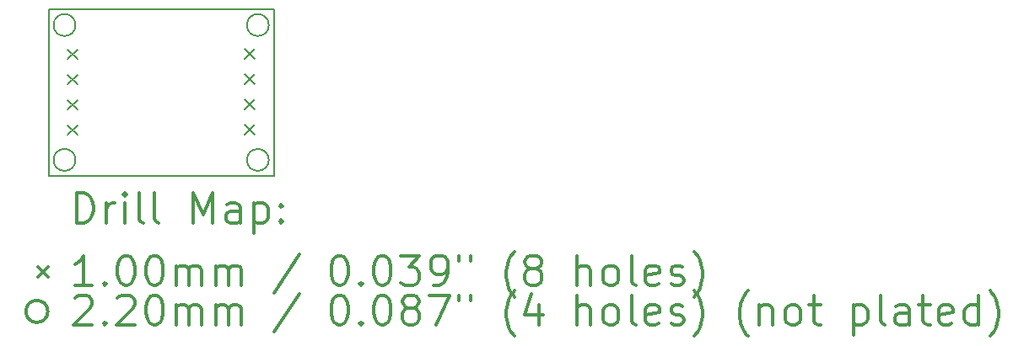
<source format=gbr>
%FSLAX45Y45*%
G04 Gerber Fmt 4.5, Leading zero omitted, Abs format (unit mm)*
G04 Created by KiCad (PCBNEW 5.1.5+dfsg1-2build2) date 2021-08-26 01:23:52*
%MOMM*%
%LPD*%
G04 APERTURE LIST*
%TA.AperFunction,Profile*%
%ADD10C,0.150000*%
%TD*%
%ADD11C,0.200000*%
%ADD12C,0.300000*%
G04 APERTURE END LIST*
D10*
X19050000Y-16357600D02*
X19050000Y-14681200D01*
X21310600Y-16357600D02*
X19050000Y-16357600D01*
X21310600Y-14681200D02*
X21310600Y-16357600D01*
X19050000Y-14681200D02*
X21310600Y-14681200D01*
D11*
X21016000Y-15083000D02*
X21116000Y-15183000D01*
X21116000Y-15083000D02*
X21016000Y-15183000D01*
X21016000Y-15337000D02*
X21116000Y-15437000D01*
X21116000Y-15337000D02*
X21016000Y-15437000D01*
X21016000Y-15591000D02*
X21116000Y-15691000D01*
X21116000Y-15591000D02*
X21016000Y-15691000D01*
X21016000Y-15845000D02*
X21116000Y-15945000D01*
X21116000Y-15845000D02*
X21016000Y-15945000D01*
X19239000Y-15085000D02*
X19339000Y-15185000D01*
X19339000Y-15085000D02*
X19239000Y-15185000D01*
X19239000Y-15339000D02*
X19339000Y-15439000D01*
X19339000Y-15339000D02*
X19239000Y-15439000D01*
X19239000Y-15593000D02*
X19339000Y-15693000D01*
X19339000Y-15593000D02*
X19239000Y-15693000D01*
X19239000Y-15847000D02*
X19339000Y-15947000D01*
X19339000Y-15847000D02*
X19239000Y-15947000D01*
X19320020Y-16197580D02*
G75*
G03X19320020Y-16197580I-110000J0D01*
G01*
X21260580Y-14841220D02*
G75*
G03X21260580Y-14841220I-110000J0D01*
G01*
X21260580Y-16197580D02*
G75*
G03X21260580Y-16197580I-110000J0D01*
G01*
X19320020Y-14841220D02*
G75*
G03X19320020Y-14841220I-110000J0D01*
G01*
D12*
X19328928Y-16830814D02*
X19328928Y-16530814D01*
X19400357Y-16530814D01*
X19443214Y-16545100D01*
X19471786Y-16573671D01*
X19486071Y-16602243D01*
X19500357Y-16659386D01*
X19500357Y-16702243D01*
X19486071Y-16759386D01*
X19471786Y-16787957D01*
X19443214Y-16816529D01*
X19400357Y-16830814D01*
X19328928Y-16830814D01*
X19628928Y-16830814D02*
X19628928Y-16630814D01*
X19628928Y-16687957D02*
X19643214Y-16659386D01*
X19657500Y-16645100D01*
X19686071Y-16630814D01*
X19714643Y-16630814D01*
X19814643Y-16830814D02*
X19814643Y-16630814D01*
X19814643Y-16530814D02*
X19800357Y-16545100D01*
X19814643Y-16559386D01*
X19828928Y-16545100D01*
X19814643Y-16530814D01*
X19814643Y-16559386D01*
X20000357Y-16830814D02*
X19971786Y-16816529D01*
X19957500Y-16787957D01*
X19957500Y-16530814D01*
X20157500Y-16830814D02*
X20128928Y-16816529D01*
X20114643Y-16787957D01*
X20114643Y-16530814D01*
X20500357Y-16830814D02*
X20500357Y-16530814D01*
X20600357Y-16745100D01*
X20700357Y-16530814D01*
X20700357Y-16830814D01*
X20971786Y-16830814D02*
X20971786Y-16673671D01*
X20957500Y-16645100D01*
X20928928Y-16630814D01*
X20871786Y-16630814D01*
X20843214Y-16645100D01*
X20971786Y-16816529D02*
X20943214Y-16830814D01*
X20871786Y-16830814D01*
X20843214Y-16816529D01*
X20828928Y-16787957D01*
X20828928Y-16759386D01*
X20843214Y-16730814D01*
X20871786Y-16716529D01*
X20943214Y-16716529D01*
X20971786Y-16702243D01*
X21114643Y-16630814D02*
X21114643Y-16930814D01*
X21114643Y-16645100D02*
X21143214Y-16630814D01*
X21200357Y-16630814D01*
X21228928Y-16645100D01*
X21243214Y-16659386D01*
X21257500Y-16687957D01*
X21257500Y-16773671D01*
X21243214Y-16802243D01*
X21228928Y-16816529D01*
X21200357Y-16830814D01*
X21143214Y-16830814D01*
X21114643Y-16816529D01*
X21386071Y-16802243D02*
X21400357Y-16816529D01*
X21386071Y-16830814D01*
X21371786Y-16816529D01*
X21386071Y-16802243D01*
X21386071Y-16830814D01*
X21386071Y-16645100D02*
X21400357Y-16659386D01*
X21386071Y-16673671D01*
X21371786Y-16659386D01*
X21386071Y-16645100D01*
X21386071Y-16673671D01*
X18942500Y-17275100D02*
X19042500Y-17375100D01*
X19042500Y-17275100D02*
X18942500Y-17375100D01*
X19486071Y-17460814D02*
X19314643Y-17460814D01*
X19400357Y-17460814D02*
X19400357Y-17160814D01*
X19371786Y-17203672D01*
X19343214Y-17232243D01*
X19314643Y-17246529D01*
X19614643Y-17432243D02*
X19628928Y-17446529D01*
X19614643Y-17460814D01*
X19600357Y-17446529D01*
X19614643Y-17432243D01*
X19614643Y-17460814D01*
X19814643Y-17160814D02*
X19843214Y-17160814D01*
X19871786Y-17175100D01*
X19886071Y-17189386D01*
X19900357Y-17217957D01*
X19914643Y-17275100D01*
X19914643Y-17346529D01*
X19900357Y-17403672D01*
X19886071Y-17432243D01*
X19871786Y-17446529D01*
X19843214Y-17460814D01*
X19814643Y-17460814D01*
X19786071Y-17446529D01*
X19771786Y-17432243D01*
X19757500Y-17403672D01*
X19743214Y-17346529D01*
X19743214Y-17275100D01*
X19757500Y-17217957D01*
X19771786Y-17189386D01*
X19786071Y-17175100D01*
X19814643Y-17160814D01*
X20100357Y-17160814D02*
X20128928Y-17160814D01*
X20157500Y-17175100D01*
X20171786Y-17189386D01*
X20186071Y-17217957D01*
X20200357Y-17275100D01*
X20200357Y-17346529D01*
X20186071Y-17403672D01*
X20171786Y-17432243D01*
X20157500Y-17446529D01*
X20128928Y-17460814D01*
X20100357Y-17460814D01*
X20071786Y-17446529D01*
X20057500Y-17432243D01*
X20043214Y-17403672D01*
X20028928Y-17346529D01*
X20028928Y-17275100D01*
X20043214Y-17217957D01*
X20057500Y-17189386D01*
X20071786Y-17175100D01*
X20100357Y-17160814D01*
X20328928Y-17460814D02*
X20328928Y-17260814D01*
X20328928Y-17289386D02*
X20343214Y-17275100D01*
X20371786Y-17260814D01*
X20414643Y-17260814D01*
X20443214Y-17275100D01*
X20457500Y-17303672D01*
X20457500Y-17460814D01*
X20457500Y-17303672D02*
X20471786Y-17275100D01*
X20500357Y-17260814D01*
X20543214Y-17260814D01*
X20571786Y-17275100D01*
X20586071Y-17303672D01*
X20586071Y-17460814D01*
X20728928Y-17460814D02*
X20728928Y-17260814D01*
X20728928Y-17289386D02*
X20743214Y-17275100D01*
X20771786Y-17260814D01*
X20814643Y-17260814D01*
X20843214Y-17275100D01*
X20857500Y-17303672D01*
X20857500Y-17460814D01*
X20857500Y-17303672D02*
X20871786Y-17275100D01*
X20900357Y-17260814D01*
X20943214Y-17260814D01*
X20971786Y-17275100D01*
X20986071Y-17303672D01*
X20986071Y-17460814D01*
X21571786Y-17146529D02*
X21314643Y-17532243D01*
X21957500Y-17160814D02*
X21986071Y-17160814D01*
X22014643Y-17175100D01*
X22028928Y-17189386D01*
X22043214Y-17217957D01*
X22057500Y-17275100D01*
X22057500Y-17346529D01*
X22043214Y-17403672D01*
X22028928Y-17432243D01*
X22014643Y-17446529D01*
X21986071Y-17460814D01*
X21957500Y-17460814D01*
X21928928Y-17446529D01*
X21914643Y-17432243D01*
X21900357Y-17403672D01*
X21886071Y-17346529D01*
X21886071Y-17275100D01*
X21900357Y-17217957D01*
X21914643Y-17189386D01*
X21928928Y-17175100D01*
X21957500Y-17160814D01*
X22186071Y-17432243D02*
X22200357Y-17446529D01*
X22186071Y-17460814D01*
X22171786Y-17446529D01*
X22186071Y-17432243D01*
X22186071Y-17460814D01*
X22386071Y-17160814D02*
X22414643Y-17160814D01*
X22443214Y-17175100D01*
X22457500Y-17189386D01*
X22471786Y-17217957D01*
X22486071Y-17275100D01*
X22486071Y-17346529D01*
X22471786Y-17403672D01*
X22457500Y-17432243D01*
X22443214Y-17446529D01*
X22414643Y-17460814D01*
X22386071Y-17460814D01*
X22357500Y-17446529D01*
X22343214Y-17432243D01*
X22328928Y-17403672D01*
X22314643Y-17346529D01*
X22314643Y-17275100D01*
X22328928Y-17217957D01*
X22343214Y-17189386D01*
X22357500Y-17175100D01*
X22386071Y-17160814D01*
X22586071Y-17160814D02*
X22771786Y-17160814D01*
X22671786Y-17275100D01*
X22714643Y-17275100D01*
X22743214Y-17289386D01*
X22757500Y-17303672D01*
X22771786Y-17332243D01*
X22771786Y-17403672D01*
X22757500Y-17432243D01*
X22743214Y-17446529D01*
X22714643Y-17460814D01*
X22628928Y-17460814D01*
X22600357Y-17446529D01*
X22586071Y-17432243D01*
X22914643Y-17460814D02*
X22971786Y-17460814D01*
X23000357Y-17446529D01*
X23014643Y-17432243D01*
X23043214Y-17389386D01*
X23057500Y-17332243D01*
X23057500Y-17217957D01*
X23043214Y-17189386D01*
X23028928Y-17175100D01*
X23000357Y-17160814D01*
X22943214Y-17160814D01*
X22914643Y-17175100D01*
X22900357Y-17189386D01*
X22886071Y-17217957D01*
X22886071Y-17289386D01*
X22900357Y-17317957D01*
X22914643Y-17332243D01*
X22943214Y-17346529D01*
X23000357Y-17346529D01*
X23028928Y-17332243D01*
X23043214Y-17317957D01*
X23057500Y-17289386D01*
X23171786Y-17160814D02*
X23171786Y-17217957D01*
X23286071Y-17160814D02*
X23286071Y-17217957D01*
X23728928Y-17575100D02*
X23714643Y-17560814D01*
X23686071Y-17517957D01*
X23671786Y-17489386D01*
X23657500Y-17446529D01*
X23643214Y-17375100D01*
X23643214Y-17317957D01*
X23657500Y-17246529D01*
X23671786Y-17203672D01*
X23686071Y-17175100D01*
X23714643Y-17132243D01*
X23728928Y-17117957D01*
X23886071Y-17289386D02*
X23857500Y-17275100D01*
X23843214Y-17260814D01*
X23828928Y-17232243D01*
X23828928Y-17217957D01*
X23843214Y-17189386D01*
X23857500Y-17175100D01*
X23886071Y-17160814D01*
X23943214Y-17160814D01*
X23971786Y-17175100D01*
X23986071Y-17189386D01*
X24000357Y-17217957D01*
X24000357Y-17232243D01*
X23986071Y-17260814D01*
X23971786Y-17275100D01*
X23943214Y-17289386D01*
X23886071Y-17289386D01*
X23857500Y-17303672D01*
X23843214Y-17317957D01*
X23828928Y-17346529D01*
X23828928Y-17403672D01*
X23843214Y-17432243D01*
X23857500Y-17446529D01*
X23886071Y-17460814D01*
X23943214Y-17460814D01*
X23971786Y-17446529D01*
X23986071Y-17432243D01*
X24000357Y-17403672D01*
X24000357Y-17346529D01*
X23986071Y-17317957D01*
X23971786Y-17303672D01*
X23943214Y-17289386D01*
X24357500Y-17460814D02*
X24357500Y-17160814D01*
X24486071Y-17460814D02*
X24486071Y-17303672D01*
X24471786Y-17275100D01*
X24443214Y-17260814D01*
X24400357Y-17260814D01*
X24371786Y-17275100D01*
X24357500Y-17289386D01*
X24671786Y-17460814D02*
X24643214Y-17446529D01*
X24628928Y-17432243D01*
X24614643Y-17403672D01*
X24614643Y-17317957D01*
X24628928Y-17289386D01*
X24643214Y-17275100D01*
X24671786Y-17260814D01*
X24714643Y-17260814D01*
X24743214Y-17275100D01*
X24757500Y-17289386D01*
X24771786Y-17317957D01*
X24771786Y-17403672D01*
X24757500Y-17432243D01*
X24743214Y-17446529D01*
X24714643Y-17460814D01*
X24671786Y-17460814D01*
X24943214Y-17460814D02*
X24914643Y-17446529D01*
X24900357Y-17417957D01*
X24900357Y-17160814D01*
X25171786Y-17446529D02*
X25143214Y-17460814D01*
X25086071Y-17460814D01*
X25057500Y-17446529D01*
X25043214Y-17417957D01*
X25043214Y-17303672D01*
X25057500Y-17275100D01*
X25086071Y-17260814D01*
X25143214Y-17260814D01*
X25171786Y-17275100D01*
X25186071Y-17303672D01*
X25186071Y-17332243D01*
X25043214Y-17360814D01*
X25300357Y-17446529D02*
X25328928Y-17460814D01*
X25386071Y-17460814D01*
X25414643Y-17446529D01*
X25428928Y-17417957D01*
X25428928Y-17403672D01*
X25414643Y-17375100D01*
X25386071Y-17360814D01*
X25343214Y-17360814D01*
X25314643Y-17346529D01*
X25300357Y-17317957D01*
X25300357Y-17303672D01*
X25314643Y-17275100D01*
X25343214Y-17260814D01*
X25386071Y-17260814D01*
X25414643Y-17275100D01*
X25528928Y-17575100D02*
X25543214Y-17560814D01*
X25571786Y-17517957D01*
X25586071Y-17489386D01*
X25600357Y-17446529D01*
X25614643Y-17375100D01*
X25614643Y-17317957D01*
X25600357Y-17246529D01*
X25586071Y-17203672D01*
X25571786Y-17175100D01*
X25543214Y-17132243D01*
X25528928Y-17117957D01*
X19042500Y-17721100D02*
G75*
G03X19042500Y-17721100I-110000J0D01*
G01*
X19314643Y-17585386D02*
X19328928Y-17571100D01*
X19357500Y-17556814D01*
X19428928Y-17556814D01*
X19457500Y-17571100D01*
X19471786Y-17585386D01*
X19486071Y-17613957D01*
X19486071Y-17642529D01*
X19471786Y-17685386D01*
X19300357Y-17856814D01*
X19486071Y-17856814D01*
X19614643Y-17828243D02*
X19628928Y-17842529D01*
X19614643Y-17856814D01*
X19600357Y-17842529D01*
X19614643Y-17828243D01*
X19614643Y-17856814D01*
X19743214Y-17585386D02*
X19757500Y-17571100D01*
X19786071Y-17556814D01*
X19857500Y-17556814D01*
X19886071Y-17571100D01*
X19900357Y-17585386D01*
X19914643Y-17613957D01*
X19914643Y-17642529D01*
X19900357Y-17685386D01*
X19728928Y-17856814D01*
X19914643Y-17856814D01*
X20100357Y-17556814D02*
X20128928Y-17556814D01*
X20157500Y-17571100D01*
X20171786Y-17585386D01*
X20186071Y-17613957D01*
X20200357Y-17671100D01*
X20200357Y-17742529D01*
X20186071Y-17799672D01*
X20171786Y-17828243D01*
X20157500Y-17842529D01*
X20128928Y-17856814D01*
X20100357Y-17856814D01*
X20071786Y-17842529D01*
X20057500Y-17828243D01*
X20043214Y-17799672D01*
X20028928Y-17742529D01*
X20028928Y-17671100D01*
X20043214Y-17613957D01*
X20057500Y-17585386D01*
X20071786Y-17571100D01*
X20100357Y-17556814D01*
X20328928Y-17856814D02*
X20328928Y-17656814D01*
X20328928Y-17685386D02*
X20343214Y-17671100D01*
X20371786Y-17656814D01*
X20414643Y-17656814D01*
X20443214Y-17671100D01*
X20457500Y-17699672D01*
X20457500Y-17856814D01*
X20457500Y-17699672D02*
X20471786Y-17671100D01*
X20500357Y-17656814D01*
X20543214Y-17656814D01*
X20571786Y-17671100D01*
X20586071Y-17699672D01*
X20586071Y-17856814D01*
X20728928Y-17856814D02*
X20728928Y-17656814D01*
X20728928Y-17685386D02*
X20743214Y-17671100D01*
X20771786Y-17656814D01*
X20814643Y-17656814D01*
X20843214Y-17671100D01*
X20857500Y-17699672D01*
X20857500Y-17856814D01*
X20857500Y-17699672D02*
X20871786Y-17671100D01*
X20900357Y-17656814D01*
X20943214Y-17656814D01*
X20971786Y-17671100D01*
X20986071Y-17699672D01*
X20986071Y-17856814D01*
X21571786Y-17542529D02*
X21314643Y-17928243D01*
X21957500Y-17556814D02*
X21986071Y-17556814D01*
X22014643Y-17571100D01*
X22028928Y-17585386D01*
X22043214Y-17613957D01*
X22057500Y-17671100D01*
X22057500Y-17742529D01*
X22043214Y-17799672D01*
X22028928Y-17828243D01*
X22014643Y-17842529D01*
X21986071Y-17856814D01*
X21957500Y-17856814D01*
X21928928Y-17842529D01*
X21914643Y-17828243D01*
X21900357Y-17799672D01*
X21886071Y-17742529D01*
X21886071Y-17671100D01*
X21900357Y-17613957D01*
X21914643Y-17585386D01*
X21928928Y-17571100D01*
X21957500Y-17556814D01*
X22186071Y-17828243D02*
X22200357Y-17842529D01*
X22186071Y-17856814D01*
X22171786Y-17842529D01*
X22186071Y-17828243D01*
X22186071Y-17856814D01*
X22386071Y-17556814D02*
X22414643Y-17556814D01*
X22443214Y-17571100D01*
X22457500Y-17585386D01*
X22471786Y-17613957D01*
X22486071Y-17671100D01*
X22486071Y-17742529D01*
X22471786Y-17799672D01*
X22457500Y-17828243D01*
X22443214Y-17842529D01*
X22414643Y-17856814D01*
X22386071Y-17856814D01*
X22357500Y-17842529D01*
X22343214Y-17828243D01*
X22328928Y-17799672D01*
X22314643Y-17742529D01*
X22314643Y-17671100D01*
X22328928Y-17613957D01*
X22343214Y-17585386D01*
X22357500Y-17571100D01*
X22386071Y-17556814D01*
X22657500Y-17685386D02*
X22628928Y-17671100D01*
X22614643Y-17656814D01*
X22600357Y-17628243D01*
X22600357Y-17613957D01*
X22614643Y-17585386D01*
X22628928Y-17571100D01*
X22657500Y-17556814D01*
X22714643Y-17556814D01*
X22743214Y-17571100D01*
X22757500Y-17585386D01*
X22771786Y-17613957D01*
X22771786Y-17628243D01*
X22757500Y-17656814D01*
X22743214Y-17671100D01*
X22714643Y-17685386D01*
X22657500Y-17685386D01*
X22628928Y-17699672D01*
X22614643Y-17713957D01*
X22600357Y-17742529D01*
X22600357Y-17799672D01*
X22614643Y-17828243D01*
X22628928Y-17842529D01*
X22657500Y-17856814D01*
X22714643Y-17856814D01*
X22743214Y-17842529D01*
X22757500Y-17828243D01*
X22771786Y-17799672D01*
X22771786Y-17742529D01*
X22757500Y-17713957D01*
X22743214Y-17699672D01*
X22714643Y-17685386D01*
X22871786Y-17556814D02*
X23071786Y-17556814D01*
X22943214Y-17856814D01*
X23171786Y-17556814D02*
X23171786Y-17613957D01*
X23286071Y-17556814D02*
X23286071Y-17613957D01*
X23728928Y-17971100D02*
X23714643Y-17956814D01*
X23686071Y-17913957D01*
X23671786Y-17885386D01*
X23657500Y-17842529D01*
X23643214Y-17771100D01*
X23643214Y-17713957D01*
X23657500Y-17642529D01*
X23671786Y-17599672D01*
X23686071Y-17571100D01*
X23714643Y-17528243D01*
X23728928Y-17513957D01*
X23971786Y-17656814D02*
X23971786Y-17856814D01*
X23900357Y-17542529D02*
X23828928Y-17756814D01*
X24014643Y-17756814D01*
X24357500Y-17856814D02*
X24357500Y-17556814D01*
X24486071Y-17856814D02*
X24486071Y-17699672D01*
X24471786Y-17671100D01*
X24443214Y-17656814D01*
X24400357Y-17656814D01*
X24371786Y-17671100D01*
X24357500Y-17685386D01*
X24671786Y-17856814D02*
X24643214Y-17842529D01*
X24628928Y-17828243D01*
X24614643Y-17799672D01*
X24614643Y-17713957D01*
X24628928Y-17685386D01*
X24643214Y-17671100D01*
X24671786Y-17656814D01*
X24714643Y-17656814D01*
X24743214Y-17671100D01*
X24757500Y-17685386D01*
X24771786Y-17713957D01*
X24771786Y-17799672D01*
X24757500Y-17828243D01*
X24743214Y-17842529D01*
X24714643Y-17856814D01*
X24671786Y-17856814D01*
X24943214Y-17856814D02*
X24914643Y-17842529D01*
X24900357Y-17813957D01*
X24900357Y-17556814D01*
X25171786Y-17842529D02*
X25143214Y-17856814D01*
X25086071Y-17856814D01*
X25057500Y-17842529D01*
X25043214Y-17813957D01*
X25043214Y-17699672D01*
X25057500Y-17671100D01*
X25086071Y-17656814D01*
X25143214Y-17656814D01*
X25171786Y-17671100D01*
X25186071Y-17699672D01*
X25186071Y-17728243D01*
X25043214Y-17756814D01*
X25300357Y-17842529D02*
X25328928Y-17856814D01*
X25386071Y-17856814D01*
X25414643Y-17842529D01*
X25428928Y-17813957D01*
X25428928Y-17799672D01*
X25414643Y-17771100D01*
X25386071Y-17756814D01*
X25343214Y-17756814D01*
X25314643Y-17742529D01*
X25300357Y-17713957D01*
X25300357Y-17699672D01*
X25314643Y-17671100D01*
X25343214Y-17656814D01*
X25386071Y-17656814D01*
X25414643Y-17671100D01*
X25528928Y-17971100D02*
X25543214Y-17956814D01*
X25571786Y-17913957D01*
X25586071Y-17885386D01*
X25600357Y-17842529D01*
X25614643Y-17771100D01*
X25614643Y-17713957D01*
X25600357Y-17642529D01*
X25586071Y-17599672D01*
X25571786Y-17571100D01*
X25543214Y-17528243D01*
X25528928Y-17513957D01*
X26071786Y-17971100D02*
X26057500Y-17956814D01*
X26028928Y-17913957D01*
X26014643Y-17885386D01*
X26000357Y-17842529D01*
X25986071Y-17771100D01*
X25986071Y-17713957D01*
X26000357Y-17642529D01*
X26014643Y-17599672D01*
X26028928Y-17571100D01*
X26057500Y-17528243D01*
X26071786Y-17513957D01*
X26186071Y-17656814D02*
X26186071Y-17856814D01*
X26186071Y-17685386D02*
X26200357Y-17671100D01*
X26228928Y-17656814D01*
X26271786Y-17656814D01*
X26300357Y-17671100D01*
X26314643Y-17699672D01*
X26314643Y-17856814D01*
X26500357Y-17856814D02*
X26471786Y-17842529D01*
X26457500Y-17828243D01*
X26443214Y-17799672D01*
X26443214Y-17713957D01*
X26457500Y-17685386D01*
X26471786Y-17671100D01*
X26500357Y-17656814D01*
X26543214Y-17656814D01*
X26571786Y-17671100D01*
X26586071Y-17685386D01*
X26600357Y-17713957D01*
X26600357Y-17799672D01*
X26586071Y-17828243D01*
X26571786Y-17842529D01*
X26543214Y-17856814D01*
X26500357Y-17856814D01*
X26686071Y-17656814D02*
X26800357Y-17656814D01*
X26728928Y-17556814D02*
X26728928Y-17813957D01*
X26743214Y-17842529D01*
X26771786Y-17856814D01*
X26800357Y-17856814D01*
X27128928Y-17656814D02*
X27128928Y-17956814D01*
X27128928Y-17671100D02*
X27157500Y-17656814D01*
X27214643Y-17656814D01*
X27243214Y-17671100D01*
X27257500Y-17685386D01*
X27271786Y-17713957D01*
X27271786Y-17799672D01*
X27257500Y-17828243D01*
X27243214Y-17842529D01*
X27214643Y-17856814D01*
X27157500Y-17856814D01*
X27128928Y-17842529D01*
X27443214Y-17856814D02*
X27414643Y-17842529D01*
X27400357Y-17813957D01*
X27400357Y-17556814D01*
X27686071Y-17856814D02*
X27686071Y-17699672D01*
X27671786Y-17671100D01*
X27643214Y-17656814D01*
X27586071Y-17656814D01*
X27557500Y-17671100D01*
X27686071Y-17842529D02*
X27657500Y-17856814D01*
X27586071Y-17856814D01*
X27557500Y-17842529D01*
X27543214Y-17813957D01*
X27543214Y-17785386D01*
X27557500Y-17756814D01*
X27586071Y-17742529D01*
X27657500Y-17742529D01*
X27686071Y-17728243D01*
X27786071Y-17656814D02*
X27900357Y-17656814D01*
X27828928Y-17556814D02*
X27828928Y-17813957D01*
X27843214Y-17842529D01*
X27871786Y-17856814D01*
X27900357Y-17856814D01*
X28114643Y-17842529D02*
X28086071Y-17856814D01*
X28028928Y-17856814D01*
X28000357Y-17842529D01*
X27986071Y-17813957D01*
X27986071Y-17699672D01*
X28000357Y-17671100D01*
X28028928Y-17656814D01*
X28086071Y-17656814D01*
X28114643Y-17671100D01*
X28128928Y-17699672D01*
X28128928Y-17728243D01*
X27986071Y-17756814D01*
X28386071Y-17856814D02*
X28386071Y-17556814D01*
X28386071Y-17842529D02*
X28357500Y-17856814D01*
X28300357Y-17856814D01*
X28271786Y-17842529D01*
X28257500Y-17828243D01*
X28243214Y-17799672D01*
X28243214Y-17713957D01*
X28257500Y-17685386D01*
X28271786Y-17671100D01*
X28300357Y-17656814D01*
X28357500Y-17656814D01*
X28386071Y-17671100D01*
X28500357Y-17971100D02*
X28514643Y-17956814D01*
X28543214Y-17913957D01*
X28557500Y-17885386D01*
X28571786Y-17842529D01*
X28586071Y-17771100D01*
X28586071Y-17713957D01*
X28571786Y-17642529D01*
X28557500Y-17599672D01*
X28543214Y-17571100D01*
X28514643Y-17528243D01*
X28500357Y-17513957D01*
M02*

</source>
